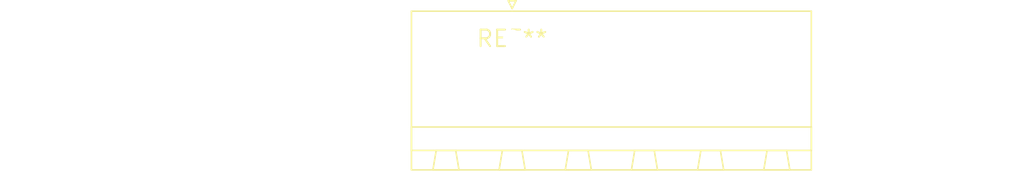
<source format=kicad_pcb>
(kicad_pcb (version 20240108) (generator pcbnew)
  (layers (0 "F.Cu" signal) (31 "B.Cu" signal) (34 "B.Paste" user) (35 "F.Paste" user) (36 "B.SilkS" user "B.Silkscreen") (37 "F.SilkS" user "F.Silkscreen") (38 "B.Mask" user) (39 "F.Mask" user) (44 "Edge.Cuts" user))
  (net 0 "")
  (footprint "PhoenixContact_MSTB_2,5_4-GF-5,08_1x04_P5.08mm_Horizontal_ThreadedFlange" (layer "F.Cu") (at 0 0)
    (property "Reference" "REF**")
    (property "Value" "PhoenixContact_MSTB_2,5_4-GF-5,08_1x04_P5.08mm_Horizontal_ThreadedFlange")
    (fp_line (start -7.73 -2.11) (end -7.73 10.11) (layer "F.SilkS") (stroke (width 0.12)))
    (fp_line (start -7.73 6.81) (end 22.97 6.81) (layer "F.SilkS") (stroke (width 0.12)))
    (fp_line (start -7.73 8.61) (end -7.73 6.81) (layer "F.SilkS") (stroke (width 0.12)))
    (fp_line (start -7.73 10.11) (end 22.97 10.11) (layer "F.SilkS") (stroke (width 0.12)))
    (fp_line (start -6.08 10.11) (end -4.08 10.11) (layer "F.SilkS") (stroke (width 0.12)))
    (fp_line (start -5.83 8.61) (end -6.08 10.11) (layer "F.SilkS") (stroke (width 0.12)))
    (fp_line (start -4.33 8.61) (end -5.83 8.61) (layer "F.SilkS") (stroke (width 0.12)))
    (fp_line (start -4.08 10.11) (end -4.33 8.61) (layer "F.SilkS") (stroke (width 0.12)))
    (fp_line (start -1 10.11) (end 1 10.11) (layer "F.SilkS") (stroke (width 0.12)))
    (fp_line (start -0.75 8.61) (end -1 10.11) (layer "F.SilkS") (stroke (width 0.12)))
    (fp_line (start -0.3 -2.91) (end 0.3 -2.91) (layer "F.SilkS") (stroke (width 0.12)))
    (fp_line (start 0 -2.31) (end -0.3 -2.91) (layer "F.SilkS") (stroke (width 0.12)))
    (fp_line (start 0.3 -2.91) (end 0 -2.31) (layer "F.SilkS") (stroke (width 0.12)))
    (fp_line (start 0.75 8.61) (end -0.75 8.61) (layer "F.SilkS") (stroke (width 0.12)))
    (fp_line (start 1 10.11) (end 0.75 8.61) (layer "F.SilkS") (stroke (width 0.12)))
    (fp_line (start 4.08 10.11) (end 6.08 10.11) (layer "F.SilkS") (stroke (width 0.12)))
    (fp_line (start 4.33 8.61) (end 4.08 10.11) (layer "F.SilkS") (stroke (width 0.12)))
    (fp_line (start 5.83 8.61) (end 4.33 8.61) (layer "F.SilkS") (stroke (width 0.12)))
    (fp_line (start 6.08 10.11) (end 5.83 8.61) (layer "F.SilkS") (stroke (width 0.12)))
    (fp_line (start 9.16 10.11) (end 11.16 10.11) (layer "F.SilkS") (stroke (width 0.12)))
    (fp_line (start 9.41 8.61) (end 9.16 10.11) (layer "F.SilkS") (stroke (width 0.12)))
    (fp_line (start 10.91 8.61) (end 9.41 8.61) (layer "F.SilkS") (stroke (width 0.12)))
    (fp_line (start 11.16 10.11) (end 10.91 8.61) (layer "F.SilkS") (stroke (width 0.12)))
    (fp_line (start 14.24 10.11) (end 16.24 10.11) (layer "F.SilkS") (stroke (width 0.12)))
    (fp_line (start 14.49 8.61) (end 14.24 10.11) (layer "F.SilkS") (stroke (width 0.12)))
    (fp_line (start 15.99 8.61) (end 14.49 8.61) (layer "F.SilkS") (stroke (width 0.12)))
    (fp_line (start 16.24 10.11) (end 15.99 8.61) (layer "F.SilkS") (stroke (width 0.12)))
    (fp_line (start 19.32 10.11) (end 21.32 10.11) (layer "F.SilkS") (stroke (width 0.12)))
    (fp_line (start 19.57 8.61) (end 19.32 10.11) (layer "F.SilkS") (stroke (width 0.12)))
    (fp_line (start 21.07 8.61) (end 19.57 8.61) (layer "F.SilkS") (stroke (width 0.12)))
    (fp_line (start 21.32 10.11) (end 21.07 8.61) (layer "F.SilkS") (stroke (width 0.12)))
    (fp_line (start 22.97 -2.11) (end -7.73 -2.11) (layer "F.SilkS") (stroke (width 0.12)))
    (fp_line (start 22.97 6.81) (end 22.97 8.61) (layer "F.SilkS") (stroke (width 0.12)))
    (fp_line (start 22.97 8.61) (end -7.73 8.61) (layer "F.SilkS") (stroke (width 0.12)))
    (fp_line (start 22.97 10.11) (end 22.97 -2.11) (layer "F.SilkS") (stroke (width 0.12)))
    (pad "1" thru_hole roundrect (at 0 0) (size 2.08 3.6) (drill 1.4) (layers *.Cu *.Mask) (remove_unused_layers) (roundrect_rratio 0.120192))
    (pad "2" thru_hole oval (at 5.08 0) (size 2.08 3.6) (drill 1.4) (layers *.Cu *.Mask) (remove_unused_layers))
    (pad "3" thru_hole oval (at 10.16 0) (size 2.08 3.6) (drill 1.4) (layers *.Cu *.Mask) (remove_unused_layers))
    (pad "4" thru_hole oval (at 15.24 0) (size 2.08 3.6) (drill 1.4) (layers *.Cu *.Mask) (remove_unused_layers))
  )
)
</source>
